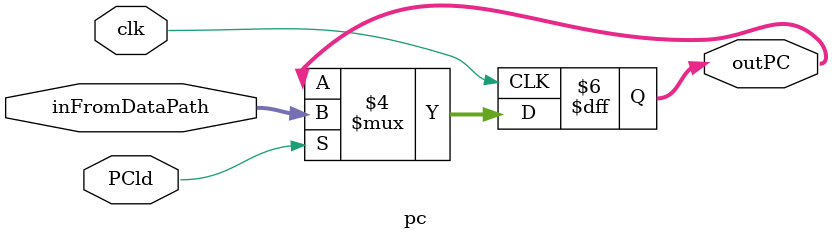
<source format=v>
/* Module of PC register
   Programmed by: Lianne Sánchez Rodríguez
   Phase 4 
   Professor: Nestor Rodríguez 
*/
module pc(output reg [31:0] outPC, input [31:0] inFromDataPath, input PCld, input clk);
	 initial begin
	  	outPC = 32'h00000000;
	 end
	always @(posedge clk) 
		begin
			//$display("PC inside",outPC);
			if (PCld == 1)
				outPC <= inFromDataPath;
		end
endmodule

// module nextProgramCounter; 
// 	// Inputs of ALU
	
// 	reg [31:0] in;
// 	reg PCld;
// 	reg clk=0;
// 	//Outputs of ALU module
// 	wire [31:0] out;
// 	//test duration
// 	parameter stop_time = 10590;

// 	pc pc(out, in, PCld, clk);
// 	initial #stop_time $finish;

// 	initial begin

// 	#10 in= 32'b00000000000000000000000000000000; PCld = 1;  
//  	#20 in= 32'b00000001111000000000000000000000; //#30 nPCld=0;
//  	#30 in= 32'b00000000000111100000000000000000; 
//  	#40 in= 32'b01111110000000000000000000000000;

// 	end
// 		initial begin
// 		repeat (500) begin
// 			#5 clk = ~clk;
// 		end
// 	end
// 	initial begin
// 		$display ("\n\n\t\tOutput\t\t\tInput\t\t\tPCld");
// 		$monitor ("%0d\t%b\t\t%b\t%b", $time,in, out, PCld);
// 	end
	
// endmodule

</source>
